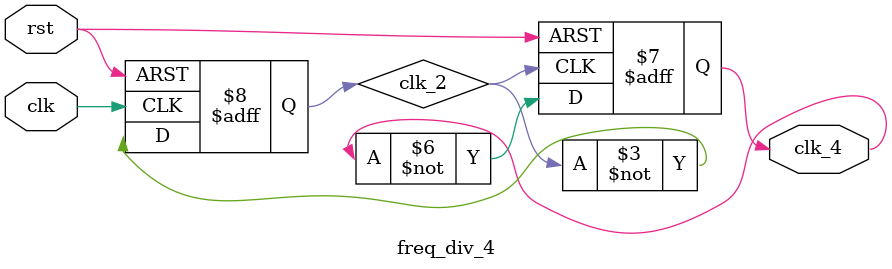
<source format=v>
module freq_div_4(input clk,rst,output reg clk_4);

reg clk_2;
always @(posedge clk,negedge rst) begin
    if (!rst) 
        clk_2 <= 0;
    else
        clk_2 <= ~clk_2;
end

always @(posedge clk_2,negedge rst) begin
    if (!rst) 
        clk_4 <= 0;
    else
        clk_4 <= ~clk_4;
end

endmodule
</source>
